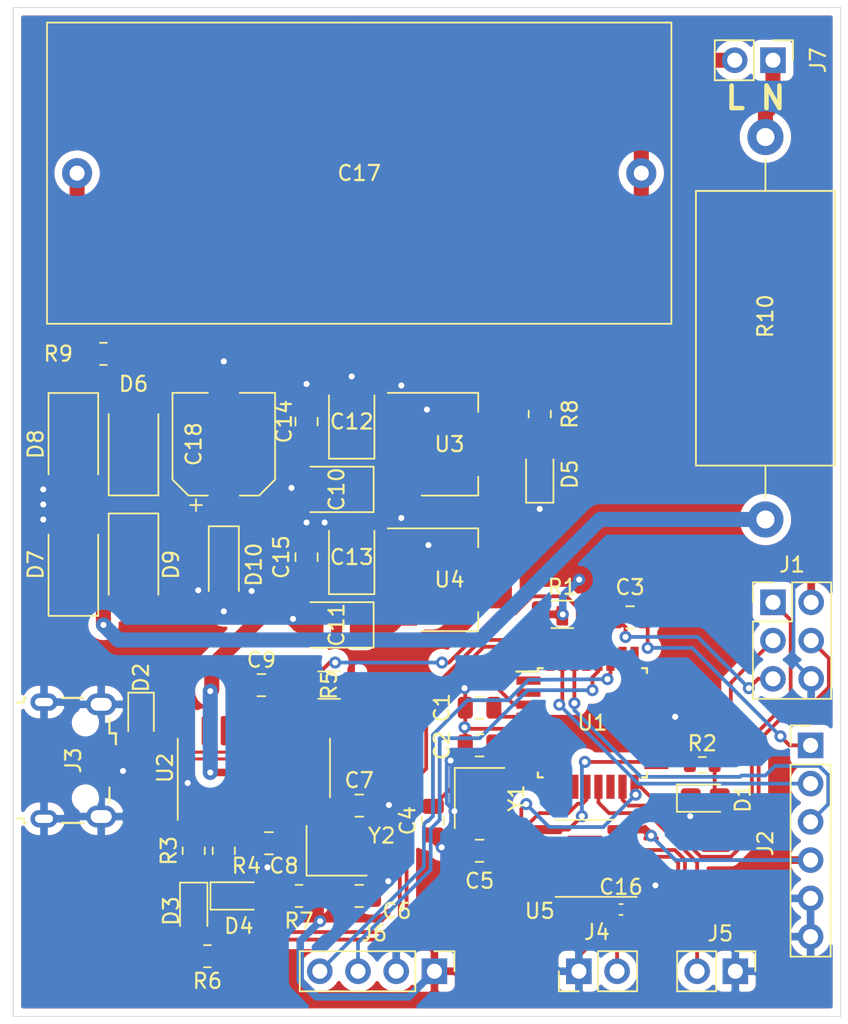
<source format=kicad_pcb>
(kicad_pcb (version 20171130) (host pcbnew "(5.1.9)-1")
  (layers (0 F.Cu signal) (31 B.Cu signal) (34 B.Paste user) (35 F.Paste user) (36 B.SilkS user) (37 F.SilkS user) (38 B.Mask user) (39 F.Mask user) (44 Edge.Cuts user))
  (net 0 "")
  (net 1 +5V)
  (net 2 DTR)
  (net 3 RST)
  (net 4 "Net-(C4-Pad2)")
  (net 5 "Net-(C5-Pad2)")
  (net 6 "Net-(C6-Pad1)")
  (net 7 "Net-(C7-Pad1)")
  (net 8 +3V3)
  (net 9 "Net-(C9-Pad1)")
  (net 10 "Net-(C16-Pad1)")
  (net 11 "Net-(D1-Pad2)")
  (net 12 "Net-(D2-Pad2)")
  (net 13 "Net-(D3-Pad2)")
  (net 14 TX)
  (net 15 "Net-(D4-Pad2)")
  (net 16 RX)
  (net 17 "Net-(D5-Pad2)")
  (net 18 MISO)
  (net 19 SCK)
  (net 20 MOSI)
  (net 21 T-)
  (net 22 T+)
  (net 23 SCL)
  (net 24 SDA)
  (net 25 "Net-(R3-Pad2)")
  (net 26 "Net-(R4-Pad2)")
  (net 27 "Net-(U1-Pad1)")
  (net 28 "Net-(U1-Pad2)")
  (net 29 "Net-(U1-Pad9)")
  (net 30 "Net-(U1-Pad10)")
  (net 31 "Net-(U1-Pad11)")
  (net 32 TEMP)
  (net 33 SSR)
  (net 34 "Net-(U1-Pad14)")
  (net 35 "Net-(U1-Pad19)")
  (net 36 "Net-(U1-Pad22)")
  (net 37 "Net-(U1-Pad23)")
  (net 38 "Net-(U1-Pad24)")
  (net 39 "Net-(U1-Pad25)")
  (net 40 "Net-(U1-Pad26)")
  (net 41 "Net-(U1-Pad32)")
  (net 42 "Net-(U2-Pad9)")
  (net 43 "Net-(U2-Pad10)")
  (net 44 "Net-(U2-Pad11)")
  (net 45 "Net-(U2-Pad12)")
  (net 46 "Net-(U2-Pad14)")
  (net 47 "Net-(U2-Pad15)")
  (net 48 "Net-(U5-Pad8)")
  (net 49 D_N)
  (net 50 D_P)
  (net 51 VCAP)
  (net 52 "Net-(C17-Pad1)")
  (net 53 LIVE)
  (net 54 "Net-(D7-Pad1)")
  (net 55 NEUTRAL)
  (module Package_SO:SOIC-16_3.9x9.9mm_P1.27mm (layer F.Cu) (at 46 63.5 90)
    (fp_text reference U2 (at 0 -5.9 90) (layer F.SilkS))
    (fp_text value CH340G)
    (pad 1 smd roundrect (at -2.475 -4.445 90) (size 1.95 0.6) (layers F.Cu F.Paste F.Mask) (net 21 T-))
    (pad 2 smd roundrect (at -2.475 -3.175 90) (size 1.95 0.6) (layers F.Cu F.Paste F.Mask) (net 25 "Net-(R3-Pad2)"))
    (pad 3 smd roundrect (at -2.475 -1.905 90) (size 1.95 0.6) (layers F.Cu F.Paste F.Mask) (net 26 "Net-(R4-Pad2)"))
    (pad 4 smd roundrect (at -2.475 -0.635 90) (size 1.95 0.6) (layers F.Cu F.Paste F.Mask) (net 8 +3V3))
    (pad 5 smd roundrect (at -2.475 0.635 90) (size 1.95 0.6) (layers F.Cu F.Paste F.Mask) (net 50 D_P))
    (pad 6 smd roundrect (at -2.475 1.905 90) (size 1.95 0.6) (layers F.Cu F.Paste F.Mask) (net 49 D_N))
    (pad 7 smd roundrect (at -2.475 3.175 90) (size 1.95 0.6) (layers F.Cu F.Paste F.Mask) (net 6 "Net-(C6-Pad1)"))
    (pad 8 smd roundrect (at -2.475 4.445 90) (size 1.95 0.6) (layers F.Cu F.Paste F.Mask) (net 7 "Net-(C7-Pad1)"))
    (pad 9 smd roundrect (at 2.475 4.445 90) (size 1.95 0.6) (layers F.Cu F.Paste F.Mask) (net 42 "Net-(U2-Pad9)"))
    (pad 10 smd roundrect (at 2.475 3.175 90) (size 1.95 0.6) (layers F.Cu F.Paste F.Mask) (net 43 "Net-(U2-Pad10)"))
    (pad 11 smd roundrect (at 2.475 1.905 90) (size 1.95 0.6) (layers F.Cu F.Paste F.Mask) (net 44 "Net-(U2-Pad11)"))
    (pad 12 smd roundrect (at 2.475 0.635 90) (size 1.95 0.6) (layers F.Cu F.Paste F.Mask) (net 45 "Net-(U2-Pad12)"))
    (pad 13 smd roundrect (at 2.475 -0.635 90) (size 1.95 0.6) (layers F.Cu F.Paste F.Mask) (net 9 "Net-(C9-Pad1)"))
    (pad 14 smd roundrect (at 2.475 -1.905 90) (size 1.95 0.6) (layers F.Cu F.Paste F.Mask) (net 46 "Net-(U2-Pad14)"))
    (pad 15 smd roundrect (at 2.475 -3.175 90) (size 1.95 0.6) (layers F.Cu F.Paste F.Mask) (net 47 "Net-(U2-Pad15)"))
    (pad 16 smd roundrect (at 2.475 -4.445 90) (size 1.95 0.6) (layers F.Cu F.Paste F.Mask) (net 1 +5V))
  )
  (module Capacitor_SMD:C_0805_2012Metric (layer F.Cu) (at 61 59.5)
    (fp_text reference C1 (at -2.5 0 90) (layer F.SilkS))
    (fp_text value 100n)
    (pad 2 smd roundrect (at 0.95 0) (size 1 1.45) (layers F.Cu F.Paste F.Mask) (net 1 +5V))
    (pad 1 smd roundrect (at -0.95 0) (size 1 1.45) (layers F.Cu F.Paste F.Mask) (net 21 T-))
  )
  (module Capacitor_SMD:C_0805_2012Metric (layer F.Cu) (at 61 62)
    (fp_text reference C2 (at -2.5 0 90) (layer F.SilkS))
    (fp_text value 100n)
    (pad 2 smd roundrect (at 0.95 0) (size 1 1.45) (layers F.Cu F.Paste F.Mask) (net 1 +5V))
    (pad 1 smd roundrect (at -0.95 0) (size 1 1.45) (layers F.Cu F.Paste F.Mask) (net 21 T-))
  )
  (module Capacitor_SMD:C_0805_2012Metric (layer F.Cu) (at 71 53.5 180)
    (fp_text reference C3 (at 0 2) (layer F.SilkS))
    (fp_text value 100n)
    (pad 1 smd roundrect (at -0.95 0 180) (size 1 1.45) (layers F.Cu F.Paste F.Mask) (net 2 DTR))
    (pad 2 smd roundrect (at 0.95 0 180) (size 1 1.45) (layers F.Cu F.Paste F.Mask) (net 3 RST))
  )
  (module Capacitor_SMD:C_0805_2012Metric (layer F.Cu) (at 57.9 67 90)
    (fp_text reference C4 (at 0 -1.68 90) (layer F.SilkS))
    (fp_text value 22p)
    (pad 1 smd roundrect (at -0.95 0 90) (size 1 1.45) (layers F.Cu F.Paste F.Mask) (net 21 T-))
    (pad 2 smd roundrect (at 0.95 0 90) (size 1 1.45) (layers F.Cu F.Paste F.Mask) (net 4 "Net-(C4-Pad2)"))
  )
  (module Capacitor_SMD:C_0805_2012Metric (layer F.Cu) (at 61 69)
    (fp_text reference C5 (at 0 2) (layer F.SilkS))
    (fp_text value 22p)
    (pad 1 smd roundrect (at -0.95 0) (size 1 1.45) (layers F.Cu F.Paste F.Mask) (net 21 T-))
    (pad 2 smd roundrect (at 0.95 0) (size 1 1.45) (layers F.Cu F.Paste F.Mask) (net 5 "Net-(C5-Pad2)"))
  )
  (module Capacitor_SMD:C_0805_2012Metric (layer F.Cu) (at 53 72)
    (fp_text reference C6 (at 2.5 1) (layer F.SilkS))
    (fp_text value 22p)
    (pad 1 smd roundrect (at -0.95 0) (size 1 1.45) (layers F.Cu F.Paste F.Mask) (net 6 "Net-(C6-Pad1)"))
    (pad 2 smd roundrect (at 0.95 0) (size 1 1.45) (layers F.Cu F.Paste F.Mask) (net 21 T-))
  )
  (module Capacitor_SMD:C_0805_2012Metric (layer F.Cu) (at 53 66)
    (fp_text reference C7 (at 0 -1.68) (layer F.SilkS))
    (fp_text value 22p)
    (pad 1 smd roundrect (at -0.95 0) (size 1 1.45) (layers F.Cu F.Paste F.Mask) (net 7 "Net-(C7-Pad1)"))
    (pad 2 smd roundrect (at 0.95 0) (size 1 1.45) (layers F.Cu F.Paste F.Mask) (net 21 T-))
  )
  (module Capacitor_SMD:C_0805_2012Metric (layer F.Cu) (at 47 68.5 180)
    (fp_text reference C8 (at -1 -1.5 180) (layer F.SilkS))
    (fp_text value 100n)
    (pad 2 smd roundrect (at 0.95 0 180) (size 1 1.45) (layers F.Cu F.Paste F.Mask) (net 8 +3V3))
    (pad 1 smd roundrect (at -0.95 0 180) (size 1 1.45) (layers F.Cu F.Paste F.Mask) (net 21 T-))
  )
  (module Capacitor_SMD:C_0805_2012Metric (layer F.Cu) (at 46.5 58)
    (fp_text reference C9 (at 0 -1.68) (layer F.SilkS))
    (fp_text value 100n)
    (pad 2 smd roundrect (at 0.95 0) (size 1 1.45) (layers F.Cu F.Paste F.Mask) (net 3 RST))
    (pad 1 smd roundrect (at -0.95 0) (size 1 1.45) (layers F.Cu F.Paste F.Mask) (net 9 "Net-(C9-Pad1)"))
  )
  (module Capacitor_Tantalum_SMD:CP_EIA-3528-21_Kemet-B (layer F.Cu) (at 51.5 45 180)
    (fp_text reference C10 (at 0 0 90) (layer F.SilkS))
    (fp_text value 10u)
    (pad 1 smd roundrect (at -1.5375 0 180) (size 1.325 2.35) (layers F.Cu F.Paste F.Mask) (roundrect_rratio 0.188679) (net 51 VCAP))
    (pad 2 smd roundrect (at 1.5375 0 180) (size 1.325 2.35) (layers F.Cu F.Paste F.Mask) (roundrect_rratio 0.188679) (net 21 T-))
  )
  (module Capacitor_Tantalum_SMD:CP_EIA-3528-21_Kemet-B (layer F.Cu) (at 51.5 54 180)
    (fp_text reference C11 (at 0 0 90) (layer F.SilkS))
    (fp_text value 10u)
    (pad 1 smd roundrect (at -1.5375 0 180) (size 1.325 2.35) (layers F.Cu F.Paste F.Mask) (roundrect_rratio 0.188679) (net 51 VCAP))
    (pad 2 smd roundrect (at 1.5375 0 180) (size 1.325 2.35) (layers F.Cu F.Paste F.Mask) (roundrect_rratio 0.188679) (net 21 T-))
  )
  (module Capacitor_Tantalum_SMD:CP_EIA-3528-21_Kemet-B (layer F.Cu) (at 52.5 40.5 90)
    (fp_text reference C12 (at 0 0 180) (layer F.SilkS))
    (fp_text value 10u)
    (pad 2 smd roundrect (at 1.5375 0 90) (size 1.325 2.35) (layers F.Cu F.Paste F.Mask) (roundrect_rratio 0.188679) (net 21 T-))
    (pad 1 smd roundrect (at -1.5375 0 90) (size 1.325 2.35) (layers F.Cu F.Paste F.Mask) (roundrect_rratio 0.188679) (net 1 +5V))
  )
  (module Capacitor_Tantalum_SMD:CP_EIA-3528-21_Kemet-B (layer F.Cu) (at 52.5 49.5 90)
    (fp_text reference C13 (at 0 0 180) (layer F.SilkS))
    (fp_text value 10u)
    (pad 2 smd roundrect (at 1.5375 0 90) (size 1.325 2.35) (layers F.Cu F.Paste F.Mask) (roundrect_rratio 0.188679) (net 21 T-))
    (pad 1 smd roundrect (at -1.5375 0 90) (size 1.325 2.35) (layers F.Cu F.Paste F.Mask) (roundrect_rratio 0.188679) (net 8 +3V3))
  )
  (module Capacitor_SMD:C_0805_2012Metric (layer F.Cu) (at 49.5 40.5 90)
    (fp_text reference C14 (at 0 -1.5 270) (layer F.SilkS))
    (fp_text value 100n)
    (pad 2 smd roundrect (at 0.95 0 90) (size 1 1.45) (layers F.Cu F.Paste F.Mask) (net 21 T-))
    (pad 1 smd roundrect (at -0.95 0 90) (size 1 1.45) (layers F.Cu F.Paste F.Mask) (net 1 +5V))
  )
  (module Capacitor_SMD:C_0805_2012Metric (layer F.Cu) (at 49.5 49.5 90)
    (fp_text reference C15 (at 0 -1.68 90) (layer F.SilkS))
    (fp_text value 100n)
    (pad 1 smd roundrect (at -0.95 0 90) (size 1 1.45) (layers F.Cu F.Paste F.Mask) (net 8 +3V3))
    (pad 2 smd roundrect (at 0.95 0 90) (size 1 1.45) (layers F.Cu F.Paste F.Mask) (net 21 T-))
  )
  (module Capacitor_SMD:C_0402_1005Metric (layer F.Cu) (at 70.4 72.9 180)
    (fp_text reference C16 (at 0 1.5) (layer F.SilkS))
    (fp_text value 0.1u)
    (pad 1 smd roundrect (at -0.48 0 180) (size 0.56 0.62) (layers F.Cu F.Paste F.Mask) (net 10 "Net-(C16-Pad1)"))
    (pad 2 smd roundrect (at 0.48 0 180) (size 0.56 0.62) (layers F.Cu F.Paste F.Mask) (net 1 +5V))
  )
  (module LED_SMD:LED_0805_2012Metric_Castellated (layer F.Cu) (at 76 65.5)
    (fp_text reference D1 (at 2.5 0 270) (layer F.SilkS))
    (fp_text value LED)
    (pad 1 smd roundrect (at -0.9625 0) (size 1.325 1.3) (layers F.Cu F.Paste F.Mask) (roundrect_rratio 0.192308) (net 21 T-))
    (pad 2 smd roundrect (at 0.9625 0) (size 1.325 1.3) (layers F.Cu F.Paste F.Mask) (roundrect_rratio 0.192308) (net 11 "Net-(D1-Pad2)"))
  )
  (module Diode_SMD:D_SOD-323F (layer F.Cu) (at 38.5 60 270)
    (fp_text reference D2 (at -2.5 0 90) (layer F.SilkS))
    (fp_text value 1N4007)
    (pad 1 smd rect (at -1.1 0 270) (size 0.5 0.5) (layers F.Cu F.Paste F.Mask) (net 1 +5V))
    (pad 2 smd rect (at 1.1 0 270) (size 0.5 0.5) (layers F.Cu F.Paste F.Mask) (net 12 "Net-(D2-Pad2)"))
  )
  (module LED_SMD:LED_0805_2012Metric_Castellated (layer F.Cu) (at 42 73 270)
    (fp_text reference D3 (at 0 1.5 90) (layer F.SilkS))
    (fp_text value TX)
    (pad 1 smd roundrect (at -0.9625 0 270) (size 1.325 1.3) (layers F.Cu F.Paste F.Mask) (roundrect_rratio 0.192308) (net 14 TX))
    (pad 2 smd roundrect (at 0.9625 0 270) (size 1.325 1.3) (layers F.Cu F.Paste F.Mask) (roundrect_rratio 0.192308) (net 13 "Net-(D3-Pad2)"))
  )
  (module LED_SMD:LED_0805_2012Metric_Castellated (layer F.Cu) (at 45 72)
    (fp_text reference D4 (at 0 2) (layer F.SilkS))
    (fp_text value RX)
    (pad 2 smd roundrect (at 0.9625 0) (size 1.325 1.3) (layers F.Cu F.Paste F.Mask) (roundrect_rratio 0.192308) (net 15 "Net-(D4-Pad2)"))
    (pad 1 smd roundrect (at -0.9625 0) (size 1.325 1.3) (layers F.Cu F.Paste F.Mask) (roundrect_rratio 0.192308) (net 16 RX))
  )
  (module LED_SMD:LED_0805_2012Metric_Castellated (layer F.Cu) (at 65 44 90)
    (fp_text reference D5 (at 0 2 90) (layer F.SilkS))
    (fp_text value ON)
    (pad 2 smd roundrect (at 0.9625 0 90) (size 1.325 1.3) (layers F.Cu F.Paste F.Mask) (roundrect_rratio 0.192308) (net 17 "Net-(D5-Pad2)"))
    (pad 1 smd roundrect (at -0.9625 0 90) (size 1.325 1.3) (layers F.Cu F.Paste F.Mask) (roundrect_rratio 0.192308) (net 21 T-))
  )
  (module Connector_PinHeader_2.54mm:PinHeader_2x03_P2.54mm_Vertical (layer F.Cu) (at 80.5 52.5)
    (fp_text reference J1 (at 1.27 -2.5) (layer F.SilkS))
    (fp_text value AVRISP)
    (pad 1 thru_hole rect (at 0 0) (size 1.7 1.7) (drill 1) (layers *.Cu *.Mask) (net 18 MISO))
    (pad 2 thru_hole oval (at 2.54 0) (size 1.7 1.7) (drill 1) (layers *.Cu *.Mask) (net 1 +5V))
    (pad 3 thru_hole oval (at 0 2.54) (size 1.7 1.7) (drill 1) (layers *.Cu *.Mask) (net 19 SCK))
    (pad 4 thru_hole oval (at 2.54 2.54) (size 1.7 1.7) (drill 1) (layers *.Cu *.Mask) (net 20 MOSI))
    (pad 5 thru_hole oval (at 0 5.08) (size 1.7 1.7) (drill 1) (layers *.Cu *.Mask) (net 3 RST))
    (pad 6 thru_hole oval (at 2.54 5.08) (size 1.7 1.7) (drill 1) (layers *.Cu *.Mask) (net 21 T-))
  )
  (module Connector_PinHeader_2.54mm:PinHeader_1x06_P2.54mm_Vertical (layer F.Cu) (at 83 62)
    (fp_text reference J2 (at -3 6.5 90) (layer F.SilkS))
    (fp_text value UART)
    (pad 1 thru_hole rect (at 0 0) (size 1.7 1.7) (drill 1) (layers *.Cu *.Mask) (net 2 DTR))
    (pad 2 thru_hole oval (at 0 2.54) (size 1.7 1.7) (drill 1) (layers *.Cu *.Mask) (net 14 TX))
    (pad 3 thru_hole oval (at 0 5.08) (size 1.7 1.7) (drill 1) (layers *.Cu *.Mask) (net 16 RX))
    (pad 4 thru_hole oval (at 0 7.62) (size 1.7 1.7) (drill 1) (layers *.Cu *.Mask) (net 1 +5V))
    (pad 5 thru_hole oval (at 0 10.16) (size 1.7 1.7) (drill 1) (layers *.Cu *.Mask) (net 21 T-))
    (pad 6 thru_hole oval (at 0 12.7) (size 1.7 1.7) (drill 1) (layers *.Cu *.Mask) (net 21 T-))
  )
  (module Connector_USB:USB_Micro-B_Wuerth_629105150521 (layer F.Cu) (at 34 63 270)
    (fp_text reference J3 (at 0 0 90) (layer F.SilkS))
    (fp_text value USB_B_Micro)
    (pad 1 smd rect (at -1.3 -1.9 270) (size 0.45 1.3) (layers F.Cu F.Paste F.Mask) (net 12 "Net-(D2-Pad2)"))
    (pad 2 smd rect (at -0.65 -1.9 270) (size 0.45 1.3) (layers F.Cu F.Paste F.Mask) (net 49 D_N))
    (pad 3 smd rect (at 0 -1.9 270) (size 0.45 1.3) (layers F.Cu F.Paste F.Mask) (net 50 D_P))
    (pad 4 smd rect (at 0.65 -1.9 270) (size 0.45 1.3) (layers F.Cu F.Paste F.Mask) (net 21 T-))
    (pad 5 smd rect (at 1.3 -1.9 270) (size 0.45 1.3) (layers F.Cu F.Paste F.Mask) (net 21 T-))
    (pad 6 thru_hole oval (at -3.725 -1.85 270) (size 1.45 2) (drill oval 0.85 1.4) (layers *.Cu *.Mask) (net 21 T-))
    (pad 6 thru_hole oval (at 3.725 -1.85 270) (size 1.45 2) (drill oval 0.85 1.4) (layers *.Cu *.Mask) (net 21 T-))
    (pad 6 thru_hole oval (at -3.875 1.95 270) (size 1.15 1.8) (drill oval 0.55 1.2) (layers *.Cu *.Mask) (net 21 T-))
    (pad 6 thru_hole oval (at 3.875 1.95 270) (size 1.15 1.8) (drill oval 0.55 1.2) (layers *.Cu *.Mask) (net 21 T-))
    (pad "" np_thru_hole oval (at -2.5 -0.8 270) (size 0.8 0.8) (drill 0.8) (layers *.Cu *.Mask))
    (pad "" np_thru_hole oval (at 2.5 -0.8 270) (size 0.8 0.8) (drill 0.8) (layers *.Cu *.Mask))
  )
  (module Connector_PinHeader_2.54mm:PinHeader_1x02_P2.54mm_Vertical (layer F.Cu) (at 67.6 77 90)
    (fp_text reference J4 (at 2.6 1.2 180) (layer F.SilkS))
    (fp_text value TEMPCONN)
    (pad 2 thru_hole oval (at 0 2.54 90) (size 1.7 1.7) (drill 1) (layers *.Cu *.Mask) (net 22 T+))
    (pad 1 thru_hole rect (at 0 0 90) (size 1.7 1.7) (drill 1) (layers *.Cu *.Mask) (net 21 T-))
  )
  (module Connector_PinHeader_2.54mm:PinHeader_1x02_P2.54mm_Vertical (layer F.Cu) (at 78 77 270)
    (fp_text reference J5 (at -2.5 1) (layer F.SilkS))
    (fp_text value SSRCONN)
    (pad 1 thru_hole rect (at 0 0 270) (size 1.7 1.7) (drill 1) (layers *.Cu *.Mask) (net 21 T-))
    (pad 2 thru_hole oval (at 0 2.54 270) (size 1.7 1.7) (drill 1) (layers *.Cu *.Mask) (net 33 SSR))
  )
  (module Connector_PinHeader_2.54mm:PinHeader_1x04_P2.54mm_Vertical (layer F.Cu) (at 58 77 270)
    (fp_text reference J6 (at -2.5 4 180) (layer F.SilkS))
    (fp_text value DISPLAY)
    (pad 1 thru_hole rect (at 0 0 270) (size 1.7 1.7) (drill 1) (layers *.Cu *.Mask) (net 1 +5V))
    (pad 2 thru_hole oval (at 0 2.54 270) (size 1.7 1.7) (drill 1) (layers *.Cu *.Mask) (net 21 T-))
    (pad 3 thru_hole oval (at 0 5.08 270) (size 1.7 1.7) (drill 1) (layers *.Cu *.Mask) (net 23 SCL))
    (pad 4 thru_hole oval (at 0 7.62 270) (size 1.7 1.7) (drill 1) (layers *.Cu *.Mask) (net 24 SDA))
  )
  (module Resistor_SMD:R_1206_3216Metric (layer F.Cu) (at 66.5 53.3)
    (fp_text reference R1 (at 0 -1.82) (layer F.SilkS))
    (fp_text value 10k)
    (pad 1 smd roundrect (at -1.4625 0) (size 1.125 1.75) (layers F.Cu F.Paste F.Mask) (roundrect_rratio 0.222222) (net 1 +5V))
    (pad 2 smd roundrect (at 1.4625 0) (size 1.125 1.75) (layers F.Cu F.Paste F.Mask) (roundrect_rratio 0.222222) (net 3 RST))
  )
  (module Resistor_SMD:R_0603_1608Metric (layer F.Cu) (at 75.8 63.3)
    (fp_text reference R2 (at 0 -1.43) (layer F.SilkS))
    (fp_text value 330)
    (pad 1 smd roundrect (at -0.825 0) (size 0.8 0.95) (layers F.Cu F.Paste F.Mask) (net 19 SCK))
    (pad 2 smd roundrect (at 0.825 0) (size 0.8 0.95) (layers F.Cu F.Paste F.Mask) (net 11 "Net-(D1-Pad2)"))
  )
  (module Resistor_SMD:R_0805_2012Metric (layer F.Cu) (at 42 69 90)
    (fp_text reference R3 (at 0 -1.65 90) (layer F.SilkS))
    (fp_text value 1k)
    (pad 1 smd roundrect (at -0.9125 0 90) (size 1.025 1.4) (layers F.Cu F.Paste F.Mask) (roundrect_rratio 0.243902) (net 14 TX))
    (pad 2 smd roundrect (at 0.9125 0 90) (size 1.025 1.4) (layers F.Cu F.Paste F.Mask) (roundrect_rratio 0.243902) (net 25 "Net-(R3-Pad2)"))
  )
  (module Resistor_SMD:R_0805_2012Metric (layer F.Cu) (at 44 69 90)
    (fp_text reference R4 (at -1 1.5 180) (layer F.SilkS))
    (fp_text value 1k)
    (pad 2 smd roundrect (at 0.9125 0 90) (size 1.025 1.4) (layers F.Cu F.Paste F.Mask) (roundrect_rratio 0.243902) (net 26 "Net-(R4-Pad2)"))
    (pad 1 smd roundrect (at -0.9125 0 90) (size 1.025 1.4) (layers F.Cu F.Paste F.Mask) (roundrect_rratio 0.243902) (net 16 RX))
  )
  (module Resistor_SMD:R_1206_3216Metric (layer F.Cu) (at 51 58)
    (fp_text reference R5 (at 0 0 90) (layer F.SilkS))
    (fp_text value 10k)
    (pad 2 smd roundrect (at 1.4625 0) (size 1.125 1.75) (layers F.Cu F.Paste F.Mask) (roundrect_rratio 0.222222) (net 1 +5V))
    (pad 1 smd roundrect (at -1.4625 0) (size 1.125 1.75) (layers F.Cu F.Paste F.Mask) (roundrect_rratio 0.222222) (net 3 RST))
  )
  (module Resistor_SMD:R_0805_2012Metric (layer F.Cu) (at 42.9125 76 180)
    (fp_text reference R6 (at 0 -1.65) (layer F.SilkS))
    (fp_text value 1k)
    (pad 1 smd roundrect (at -0.9125 0 180) (size 1.025 1.4) (layers F.Cu F.Paste F.Mask) (roundrect_rratio 0.243902) (net 1 +5V))
    (pad 2 smd roundrect (at 0.9125 0 180) (size 1.025 1.4) (layers F.Cu F.Paste F.Mask) (roundrect_rratio 0.243902) (net 13 "Net-(D3-Pad2)"))
  )
  (module Resistor_SMD:R_0805_2012Metric (layer F.Cu) (at 49 72 180)
    (fp_text reference R7 (at 0 -1.65) (layer F.SilkS))
    (fp_text value 1k)
    (pad 2 smd roundrect (at 0.9125 0 180) (size 1.025 1.4) (layers F.Cu F.Paste F.Mask) (roundrect_rratio 0.243902) (net 15 "Net-(D4-Pad2)"))
    (pad 1 smd roundrect (at -0.9125 0 180) (size 1.025 1.4) (layers F.Cu F.Paste F.Mask) (roundrect_rratio 0.243902) (net 1 +5V))
  )
  (module Resistor_SMD:R_0805_2012Metric (layer F.Cu) (at 65 40 90)
    (fp_text reference R8 (at 0 2 90) (layer F.SilkS))
    (fp_text value 1k)
    (pad 1 smd roundrect (at -0.9125 0 90) (size 1.025 1.4) (layers F.Cu F.Paste F.Mask) (roundrect_rratio 0.243902) (net 17 "Net-(D5-Pad2)"))
    (pad 2 smd roundrect (at 0.9125 0 90) (size 1.025 1.4) (layers F.Cu F.Paste F.Mask) (roundrect_rratio 0.243902) (net 1 +5V))
  )
  (module Package_QFP:TQFP-32_7x7mm_P0.8mm (layer F.Cu) (at 68.5 60.5)
    (fp_text reference U1 (at 0 0) (layer F.SilkS))
    (fp_text value ATmega328P-AU)
    (pad 1 smd rect (at -4.25 -2.8) (size 1.6 0.55) (layers F.Cu F.Paste F.Mask) (net 27 "Net-(U1-Pad1)"))
    (pad 2 smd rect (at -4.25 -2) (size 1.6 0.55) (layers F.Cu F.Paste F.Mask) (net 28 "Net-(U1-Pad2)"))
    (pad 3 smd rect (at -4.25 -1.2) (size 1.6 0.55) (layers F.Cu F.Paste F.Mask) (net 21 T-))
    (pad 4 smd rect (at -4.25 -0.4) (size 1.6 0.55) (layers F.Cu F.Paste F.Mask) (net 1 +5V))
    (pad 5 smd rect (at -4.25 0.4) (size 1.6 0.55) (layers F.Cu F.Paste F.Mask) (net 21 T-))
    (pad 6 smd rect (at -4.25 1.2) (size 1.6 0.55) (layers F.Cu F.Paste F.Mask) (net 1 +5V))
    (pad 7 smd rect (at -4.25 2) (size 1.6 0.55) (layers F.Cu F.Paste F.Mask) (net 4 "Net-(C4-Pad2)"))
    (pad 8 smd rect (at -4.25 2.8) (size 1.6 0.55) (layers F.Cu F.Paste F.Mask) (net 5 "Net-(C5-Pad2)"))
    (pad 9 smd rect (at -2.8 4.25 90) (size 1.6 0.55) (layers F.Cu F.Paste F.Mask) (net 29 "Net-(U1-Pad9)"))
    (pad 10 smd rect (at -2 4.25 90) (size 1.6 0.55) (layers F.Cu F.Paste F.Mask) (net 30 "Net-(U1-Pad10)"))
    (pad 11 smd rect (at -1.2 4.25 90) (size 1.6 0.55) (layers F.Cu F.Paste F.Mask) (net 31 "Net-(U1-Pad11)"))
    (pad 12 smd rect (at -0.4 4.25 90) (size 1.6 0.55) (layers F.Cu F.Paste F.Mask) (net 32 TEMP))
    (pad 13 smd rect (at 0.4 4.25 90) (size 1.6 0.55) (layers F.Cu F.Paste F.Mask) (net 33 SSR))
    (pad 14 smd rect (at 1.2 4.25 90) (size 1.6 0.55) (layers F.Cu F.Paste F.Mask) (net 34 "Net-(U1-Pad14)"))
    (pad 15 smd rect (at 2 4.25 90) (size 1.6 0.55) (layers F.Cu F.Paste F.Mask) (net 20 MOSI))
    (pad 16 smd rect (at 2.8 4.25 90) (size 1.6 0.55) (layers F.Cu F.Paste F.Mask) (net 18 MISO))
    (pad 17 smd rect (at 4.25 2.8) (size 1.6 0.55) (layers F.Cu F.Paste F.Mask) (net 19 SCK))
    (pad 18 smd rect (at 4.25 2) (size 1.6 0.55) (layers F.Cu F.Paste F.Mask) (net 1 +5V))
    (pad 19 smd rect (at 4.25 1.2) (size 1.6 0.55) (layers F.Cu F.Paste F.Mask) (net 35 "Net-(U1-Pad19)"))
    (pad 20 smd rect (at 4.25 0.4) (size 1.6 0.55) (layers F.Cu F.Paste F.Mask) (net 1 +5V))
    (pad 21 smd rect (at 4.25 -0.4) (size 1.6 0.55) (layers F.Cu F.Paste F.Mask) (net 21 T-))
    (pad 22 smd rect (at 4.25 -1.2) (size 1.6 0.55) (layers F.Cu F.Paste F.Mask) (net 36 "Net-(U1-Pad22)"))
    (pad 23 smd rect (at 4.25 -2) (size 1.6 0.55) (layers F.Cu F.Paste F.Mask) (net 37 "Net-(U1-Pad23)"))
    (pad 24 smd rect (at 4.25 -2.8) (size 1.6 0.55) (layers F.Cu F.Paste F.Mask) (net 38 "Net-(U1-Pad24)"))
    (pad 25 smd rect (at 2.8 -4.25 90) (size 1.6 0.55) (layers F.Cu F.Paste F.Mask) (net 39 "Net-(U1-Pad25)"))
    (pad 26 smd rect (at 2 -4.25 90) (size 1.6 0.55) (layers F.Cu F.Paste F.Mask) (net 40 "Net-(U1-Pad26)"))
    (pad 27 smd rect (at 1.2 -4.25 90) (size 1.6 0.55) (layers F.Cu F.Paste F.Mask) (net 24 SDA))
    (pad 28 smd rect (at 0.4 -4.25 90) (size 1.6 0.55) (layers F.Cu F.Paste F.Mask) (net 23 SCL))
    (pad 29 smd rect (at -0.4 -4.25 90) (size 1.6 0.55) (layers F.Cu F.Paste F.Mask) (net 3 RST))
    (pad 30 smd rect (at -1.2 -4.25 90) (size 1.6 0.55) (layers F.Cu F.Paste F.Mask) (net 16 RX))
    (pad 31 smd rect (at -2 -4.25 90) (size 1.6 0.55) (layers F.Cu F.Paste F.Mask) (net 14 TX))
    (pad 32 smd rect (at -2.8 -4.25 90) (size 1.6 0.55) (layers F.Cu F.Paste F.Mask) (net 41 "Net-(U1-Pad32)"))
  )
  (module Package_TO_SOT_SMD:SOT-223 (layer F.Cu) (at 59 42)
    (fp_text reference U3 (at 0 0) (layer F.SilkS))
    (fp_text value LM1117-5.0)
    (pad 4 smd rect (at 3.15 0) (size 2 3.8) (layers F.Cu F.Paste F.Mask))
    (pad 2 smd rect (at -3.15 0) (size 2 1.5) (layers F.Cu F.Paste F.Mask) (net 1 +5V))
    (pad 3 smd rect (at -3.15 2.3) (size 2 1.5) (layers F.Cu F.Paste F.Mask) (net 51 VCAP))
    (pad 1 smd rect (at -3.15 -2.3) (size 2 1.5) (layers F.Cu F.Paste F.Mask) (net 21 T-))
  )
  (module Package_TO_SOT_SMD:SOT-223 (layer F.Cu) (at 59 51)
    (fp_text reference U4 (at 0 0) (layer F.SilkS))
    (fp_text value LM1117-3.3)
    (pad 1 smd rect (at -3.15 -2.3) (size 2 1.5) (layers F.Cu F.Paste F.Mask) (net 21 T-))
    (pad 3 smd rect (at -3.15 2.3) (size 2 1.5) (layers F.Cu F.Paste F.Mask) (net 51 VCAP))
    (pad 2 smd rect (at -3.15 0) (size 2 1.5) (layers F.Cu F.Paste F.Mask) (net 8 +3V3))
    (pad 4 smd rect (at 3.15 0) (size 2 3.8) (layers F.Cu F.Paste F.Mask))
  )
  (module Package_SO:SOIC-8-1EP_3.9x4.9mm_P1.27mm_EP2.29x3mm (layer F.Cu) (at 68 69.5 180)
    (fp_text reference U5 (at 3 -3.5) (layer F.SilkS))
    (fp_text value MAX6675)
    (pad 1 smd roundrect (at -2.475 -1.905 180) (size 1.95 0.6) (layers F.Cu F.Paste F.Mask) (net 10 "Net-(C16-Pad1)"))
    (pad 2 smd roundrect (at -2.475 -0.635 180) (size 1.95 0.6) (layers F.Cu F.Paste F.Mask) (net 21 T-))
    (pad 3 smd roundrect (at -2.475 0.635 180) (size 1.95 0.6) (layers F.Cu F.Paste F.Mask) (net 22 T+))
    (pad 4 smd roundrect (at -2.475 1.905 180) (size 1.95 0.6) (layers F.Cu F.Paste F.Mask) (net 1 +5V))
    (pad 5 smd roundrect (at 2.475 1.905 180) (size 1.95 0.6) (layers F.Cu F.Paste F.Mask) (net 19 SCK))
    (pad 6 smd roundrect (at 2.475 0.635 180) (size 1.95 0.6) (layers F.Cu F.Paste F.Mask) (net 32 TEMP))
    (pad 7 smd roundrect (at 2.475 -0.635 180) (size 1.95 0.6) (layers F.Cu F.Paste F.Mask) (net 18 MISO))
    (pad 8 smd roundrect (at 2.475 -1.905 180) (size 1.95 0.6) (layers F.Cu F.Paste F.Mask) (net 48 "Net-(U5-Pad8)"))
    (pad 9 smd rect (at 0 0 180) (size 2.29 3) (layers F.Cu F.Mask))
  )
  (module Crystal:Crystal_SMD_3225-4Pin_3.2x2.5mm (layer F.Cu) (at 61 65.5 270)
    (fp_text reference Y1 (at 0 -2.45 90) (layer F.SilkS))
    (fp_text value Crystal_GND24)
    (pad 4 smd rect (at -1.1 -0.85 270) (size 1.4 1.2) (layers F.Cu F.Paste F.Mask) (net 21 T-))
    (pad 3 smd rect (at 1.1 -0.85 270) (size 1.4 1.2) (layers F.Cu F.Paste F.Mask) (net 5 "Net-(C5-Pad2)"))
    (pad 2 smd rect (at 1.1 0.85 270) (size 1.4 1.2) (layers F.Cu F.Paste F.Mask) (net 21 T-))
    (pad 1 smd rect (at -1.1 0.85 270) (size 1.4 1.2) (layers F.Cu F.Paste F.Mask) (net 4 "Net-(C4-Pad2)"))
  )
  (module Crystal:Crystal_SMD_3225-4Pin_3.2x2.5mm (layer F.Cu) (at 51.5 69)
    (fp_text reference Y2 (at 3 -1) (layer F.SilkS))
    (fp_text value Crystal_GND24)
    (pad 4 smd rect (at -1.1 -0.85) (size 1.4 1.2) (layers F.Cu F.Paste F.Mask) (net 21 T-))
    (pad 3 smd rect (at 1.1 -0.85) (size 1.4 1.2) (layers F.Cu F.Paste F.Mask) (net 7 "Net-(C7-Pad1)"))
    (pad 2 smd rect (at 1.1 0.85) (size 1.4 1.2) (layers F.Cu F.Paste F.Mask) (net 21 T-))
    (pad 1 smd rect (at -1.1 0.85) (size 1.4 1.2) (layers F.Cu F.Paste F.Mask) (net 6 "Net-(C6-Pad1)"))
  )
  (module reflowOven:R475W42205001K (layer F.Cu) (at 53 24)
    (fp_text reference C17 (at 0 0) (layer F.SilkS))
    (fp_text value 2.2u)
    (pad 1 thru_hole circle (at -18.75 0) (size 2 2) (drill 1) (layers *.Cu *.Mask) (net 52 "Net-(C17-Pad1)"))
    (pad 2 thru_hole circle (at 18.75 0) (size 2 2) (drill 1) (layers *.Cu *.Mask) (net 53 LIVE))
  )
  (module Capacitor_SMD:CP_Elec_6.3x5.9 (layer F.Cu) (at 44 42 90)
    (fp_text reference C18 (at 0 -2 90) (layer F.SilkS))
    (fp_text value 47u)
    (pad 1 smd roundrect (at -2.8 0 90) (size 3.5 1.6) (layers F.Cu F.Paste F.Mask) (roundrect_rratio 0.15625) (net 51 VCAP))
    (pad 2 smd roundrect (at 2.8 0 90) (size 3.5 1.6) (layers F.Cu F.Paste F.Mask) (roundrect_rratio 0.15625) (net 21 T-))
  )
  (module Diode_SMD:D_SMA (layer F.Cu) (at 34 42 270)
    (fp_text reference D6 (at -4 -4 180) (layer F.SilkS))
    (fp_text value D)
    (pad 2 smd rect (at 2 0 270) (size 2.5 1.8) (layers F.Cu F.Paste F.Mask) (net 21 T-))
    (pad 1 smd rect (at -2 0 270) (size 2.5 1.8) (layers F.Cu F.Paste F.Mask) (net 52 "Net-(C17-Pad1)"))
  )
  (module Diode_SMD:D_SMA (layer F.Cu) (at 34 50 90)
    (fp_text reference D7 (at 0 -2.5 90) (layer F.SilkS))
    (fp_text value D)
    (pad 1 smd rect (at -2 0 90) (size 2.5 1.8) (layers F.Cu F.Paste F.Mask) (net 54 "Net-(D7-Pad1)"))
    (pad 2 smd rect (at 2 0 90) (size 2.5 1.8) (layers F.Cu F.Paste F.Mask) (net 21 T-))
  )
  (module Diode_SMD:D_SMA (layer F.Cu) (at 38 42 90)
    (fp_text reference D8 (at 0 -6.5 90) (layer F.SilkS))
    (fp_text value D)
    (pad 2 smd rect (at 2 0 90) (size 2.5 1.8) (layers F.Cu F.Paste F.Mask) (net 52 "Net-(C17-Pad1)"))
    (pad 1 smd rect (at -2 0 90) (size 2.5 1.8) (layers F.Cu F.Paste F.Mask) (net 51 VCAP))
  )
  (module Diode_SMD:D_SMA (layer F.Cu) (at 38 50 270)
    (fp_text reference D9 (at 0 -2.5 90) (layer F.SilkS))
    (fp_text value D)
    (pad 1 smd rect (at -2 0 270) (size 2.5 1.8) (layers F.Cu F.Paste F.Mask) (net 51 VCAP))
    (pad 2 smd rect (at 2 0 270) (size 2.5 1.8) (layers F.Cu F.Paste F.Mask) (net 54 "Net-(D7-Pad1)"))
  )
  (module Diode_SMD:D_MiniMELF (layer F.Cu) (at 44 50 270)
    (fp_text reference D10 (at 0 -2 90) (layer F.SilkS))
    (fp_text value D_Zener)
    (pad 1 smd rect (at -1.75 0 270) (size 1.3 1.7) (layers F.Cu F.Paste F.Mask) (net 51 VCAP))
    (pad 2 smd rect (at 1.75 0 270) (size 1.3 1.7) (layers F.Cu F.Paste F.Mask) (net 21 T-))
  )
  (module Connector_PinHeader_2.54mm:PinHeader_1x02_P2.54mm_Vertical (layer F.Cu) (at 80.5 16.5 270)
    (fp_text reference J7 (at 0 -3 90) (layer F.SilkS))
    (fp_text value MAINS)
    (pad 1 thru_hole rect (at 0 0 270) (size 1.7 1.7) (drill 1) (layers *.Cu *.Mask) (net 55 NEUTRAL))
    (pad 2 thru_hole oval (at 0 2.54 270) (size 1.7 1.7) (drill 1) (layers *.Cu *.Mask) (net 53 LIVE))
  )
  (module Resistor_SMD:R_0805_2012Metric_Pad1.20x1.40mm_HandSolder (layer F.Cu) (at 36 36)
    (fp_text reference R9 (at -3 0) (layer F.SilkS))
    (fp_text value 470k)
    (pad 1 smd roundrect (at -1 0) (size 1.2 1.4) (layers F.Cu F.Paste F.Mask) (roundrect_rratio 0.208333) (net 52 "Net-(C17-Pad1)"))
    (pad 2 smd roundrect (at 1 0) (size 1.2 1.4) (layers F.Cu F.Paste F.Mask) (roundrect_rratio 0.208333) (net 53 LIVE))
  )
  (module Resistor_THT:R_Axial_DIN0918_L18.0mm_D9.0mm_P25.40mm_Horizontal (layer F.Cu) (at 80 47 90)
    (fp_text reference R10 (at 13.5 0 90) (layer F.SilkS))
    (fp_text value 100)
    (pad 1 thru_hole circle (at 0 0 90) (size 2.4 2.4) (drill 1.2) (layers *.Cu *.Mask) (net 54 "Net-(D7-Pad1)"))
    (pad 2 thru_hole oval (at 25.4 0 90) (size 2.4 2.4) (drill 1.2) (layers *.Cu *.Mask) (net 55 NEUTRAL))
  )
  (gr_text "N\n" (at 80.5 19) (layer F.SilkS) (effects (font (size 1.5 1.5) (thickness 0.3))))
  (gr_text L (at 78 19) (layer F.SilkS) (effects (font (size 1.5 1.5) (thickness 0.3))))
  (gr_line (start 30 80) (end 30 13) (layer Edge.Cuts) (width 0.05))
  (gr_line (start 85 80) (end 30 80) (layer Edge.Cuts) (width 0.05))
  (gr_line (start 85 13) (end 85 80) (layer Edge.Cuts) (width 0.05))
  (gr_line (start 30 13) (end 85 13) (layer Edge.Cuts) (width 0.05))
  (segment (start 34 44) (end 33 44) (width 1) (layer F.Cu) (net 21))
  (segment (start 33 44) (end 32 45) (width 1) (layer F.Cu) (net 21))
  (segment (start 32 45) (end 32 46) (width 1) (layer F.Cu) (net 21))
  (segment (start 33 48) (end 34 48) (width 1) (layer F.Cu) (net 21))
  (segment (start 32 47) (end 33 48) (width 1) (layer F.Cu) (net 21))
  (segment (start 32 45) (end 32 45) (width 1) (layer F.Cu) (net 21))
  (via (at 32 45) (size 0.8) (drill 0.4) (layers F.Cu B.Cu) (net 21))
  (segment (start 32 47) (end 32 47) (width 1) (layer F.Cu) (net 21))
  (via (at 32 47) (size 0.8) (drill 0.4) (layers F.Cu B.Cu) (net 21))
  (segment (start 32 46) (end 32 47) (width 1) (layer F.Cu) (net 21))
  (via (at 32 46) (size 0.8) (drill 0.4) (layers F.Cu B.Cu) (net 21))
  (via (at 44 36.5) (size 0.8) (drill 0.4) (layers F.Cu B.Cu) (net 21))
  (segment (start 44 39.2) (end 44 36.5) (width 1) (layer F.Cu) (net 21))
  (via (at 49.5 38) (size 0.8) (drill 0.4) (layers F.Cu B.Cu) (net 21))
  (segment (start 49.5 39.55) (end 49.5 38) (width 1) (layer F.Cu) (net 21))
  (via (at 52.5 37.5) (size 0.8) (drill 0.4) (layers F.Cu B.Cu) (net 21))
  (segment (start 52.5 38.9625) (end 52.5 37.5) (width 1) (layer F.Cu) (net 21))
  (via (at 55.8 38.1) (size 0.8) (drill 0.4) (layers F.Cu B.Cu) (net 21))
  (segment (start 55.85 38.15) (end 55.8 38.1) (width 1) (layer F.Cu) (net 21))
  (segment (start 55.85 39.7) (end 55.85 38.15) (width 1) (layer F.Cu) (net 21))
  (via (at 57.5 39.7) (size 0.8) (drill 0.4) (layers F.Cu B.Cu) (net 21))
  (segment (start 55.85 39.7) (end 57.5 39.7) (width 1) (layer F.Cu) (net 21))
  (via (at 65 46.3) (size 0.8) (drill 0.4) (layers F.Cu B.Cu) (net 21))
  (segment (start 65 44.9625) (end 65 46.3) (width 1) (layer F.Cu) (net 21))
  (via (at 44 53.1) (size 0.8) (drill 0.4) (layers F.Cu B.Cu) (net 21))
  (segment (start 44 51.75) (end 44 53.1) (width 1) (layer F.Cu) (net 21))
  (via (at 42.3 51.7) (size 0.8) (drill 0.4) (layers F.Cu B.Cu) (net 21))
  (segment (start 42.35 51.75) (end 42.3 51.7) (width 1) (layer F.Cu) (net 21))
  (segment (start 44 51.75) (end 42.35 51.75) (width 1) (layer F.Cu) (net 21))
  (segment (start 44 51.75) (end 45.85 51.75) (width 1) (layer F.Cu) (net 21))
  (via (at 45.85 51.75) (size 0.8) (drill 0.4) (layers F.Cu B.Cu) (net 21))
  (segment (start 49.9625 54) (end 49 54) (width 1) (layer F.Cu) (net 21))
  (via (at 48.6 53.6) (size 0.8) (drill 0.4) (layers F.Cu B.Cu) (net 21))
  (segment (start 49 54) (end 48.6 53.6) (width 1) (layer F.Cu) (net 21))
  (via (at 48.5 44.9) (size 0.8) (drill 0.4) (layers F.Cu B.Cu) (net 21))
  (segment (start 48.6 45) (end 48.5 44.9) (width 1) (layer F.Cu) (net 21))
  (segment (start 49.9625 45) (end 48.6 45) (width 1) (layer F.Cu) (net 21))
  (via (at 49.5 47.2) (size 0.8) (drill 0.4) (layers F.Cu B.Cu) (net 21))
  (segment (start 49.5 48.55) (end 49.5 47.2) (width 1) (layer F.Cu) (net 21))
  (via (at 50.7 47.2) (size 0.8) (drill 0.4) (layers F.Cu B.Cu) (net 21))
  (segment (start 51.4625 47.9625) (end 50.7 47.2) (width 1) (layer F.Cu) (net 21))
  (segment (start 52.5 47.9625) (end 51.4625 47.9625) (width 1) (layer F.Cu) (net 21))
  (via (at 55.8 46.9) (size 0.8) (drill 0.4) (layers F.Cu B.Cu) (net 21))
  (segment (start 55.85 46.95) (end 55.8 46.9) (width 1) (layer F.Cu) (net 21))
  (segment (start 55.85 48.7) (end 55.85 46.95) (width 1) (layer F.Cu) (net 21))
  (via (at 57.6 48.7) (size 0.8) (drill 0.4) (layers F.Cu B.Cu) (net 21))
  (segment (start 55.85 48.7) (end 57.6 48.7) (width 1) (layer F.Cu) (net 21))
  (via (at 41.6 64.5) (size 0.8) (drill 0.4) (layers F.Cu B.Cu) (net 21))
  (segment (start 41.555 64.545) (end 41.6 64.5) (width 0.25) (layer F.Cu) (net 21))
  (segment (start 41.555 65.975) (end 41.555 64.545) (width 0.25) (layer F.Cu) (net 21))
  (segment (start 47.95 68.5) (end 46.9 69.55) (width 0.25) (layer F.Cu) (net 21))
  (via (at 46.9 70.1) (size 0.8) (drill 0.4) (layers F.Cu B.Cu) (net 21))
  (segment (start 46.9 69.55) (end 46.9 70.1) (width 0.25) (layer F.Cu) (net 21))
  (via (at 75 66.7) (size 0.8) (drill 0.4) (layers F.Cu B.Cu) (net 21))
  (segment (start 75.0375 66.6625) (end 75 66.7) (width 0.25) (layer F.Cu) (net 21))
  (segment (start 75.0375 65.5) (end 75.0375 66.6625) (width 0.25) (layer F.Cu) (net 21))
  (via (at 37.3 63.7) (size 0.8) (drill 0.4) (layers F.Cu B.Cu) (net 21))
  (segment (start 37.25 63.65) (end 37.3 63.7) (width 0.25) (layer F.Cu) (net 21))
  (segment (start 35.9 63.65) (end 37.25 63.65) (width 0.25) (layer F.Cu) (net 21))
  (via (at 60 58.2) (size 0.8) (drill 0.4) (layers F.Cu B.Cu) (net 21))
  (segment (start 60.05 58.25) (end 60 58.2) (width 0.25) (layer F.Cu) (net 21))
  (segment (start 60.05 59.5) (end 60.05 58.25) (width 0.25) (layer F.Cu) (net 21))
  (via (at 60 60.8) (size 0.8) (drill 0.4) (layers F.Cu B.Cu) (net 21))
  (segment (start 60.05 60.85) (end 60 60.8) (width 0.25) (layer F.Cu) (net 21))
  (segment (start 60.05 62) (end 60.05 60.85) (width 0.25) (layer F.Cu) (net 21))
  (via (at 74 60.1) (size 0.8) (drill 0.4) (layers F.Cu B.Cu) (net 21))
  (segment (start 72.75 60.1) (end 74 60.1) (width 0.25) (layer F.Cu) (net 21))
  (segment (start 36.7 64.3) (end 37.3 63.7) (width 0.25) (layer F.Cu) (net 21))
  (segment (start 35.9 64.3) (end 36.7 64.3) (width 0.25) (layer F.Cu) (net 21))
  (segment (start 81.864999 56.404999) (end 81.864999 50.264999) (width 0.25) (layer B.Cu) (net 21))
  (segment (start 83.04 57.58) (end 81.864999 56.404999) (width 0.25) (layer B.Cu) (net 21))
  (segment (start 61.85 64.8) (end 61.85 64.4) (width 0.25) (layer F.Cu) (net 21))
  (segment (start 60.15 66.5) (end 61.85 64.8) (width 0.25) (layer F.Cu) (net 21))
  (segment (start 60.15 66.6) (end 60.15 66.5) (width 0.25) (layer F.Cu) (net 21))
  (segment (start 60.15 68.9) (end 60.05 69) (width 0.25) (layer F.Cu) (net 21))
  (segment (start 60.15 66.6) (end 60.15 68.9) (width 0.25) (layer F.Cu) (net 21))
  (via (at 59.33 66.37) (size 0.8) (drill 0.4) (layers F.Cu B.Cu) (net 21))
  (segment (start 59.56 66.6) (end 59.33 66.37) (width 0.25) (layer F.Cu) (net 21))
  (segment (start 60.15 66.6) (end 59.56 66.6) (width 0.25) (layer F.Cu) (net 21))
  (segment (start 59.33 66.37) (end 58.82 65.86) (width 0.25) (layer B.Cu) (net 21))
  (via (at 59.07501 63.01) (size 0.8) (drill 0.4) (layers F.Cu B.Cu) (net 21))
  (segment (start 58.82 63.26501) (end 59.07501 63.01) (width 0.25) (layer B.Cu) (net 21))
  (segment (start 58.82 65.86) (end 58.82 63.26501) (width 0.25) (layer B.Cu) (net 21))
  (segment (start 59.07501 62.97499) (end 60.05 62) (width 0.25) (layer F.Cu) (net 21))
  (segment (start 59.07501 63.01) (end 59.07501 62.97499) (width 0.25) (layer F.Cu) (net 21))
  (via (at 58.48 68.77) (size 0.8) (drill 0.4) (layers F.Cu B.Cu) (net 21))
  (segment (start 57.9 68.19) (end 58.48 68.77) (width 0.5) (layer F.Cu) (net 21))
  (segment (start 57.9 67.95) (end 57.9 68.19) (width 0.5) (layer F.Cu) (net 21))
  (segment (start 52.2 69.85) (end 52.6 69.85) (width 0.25) (layer F.Cu) (net 21))
  (segment (start 50.5 68.15) (end 52.2 69.85) (width 0.25) (layer F.Cu) (net 21))
  (segment (start 50.4 68.15) (end 50.5 68.15) (width 0.25) (layer F.Cu) (net 21))
  (segment (start 52.6 70.65) (end 53.95 72) (width 0.25) (layer F.Cu) (net 21))
  (segment (start 52.6 69.85) (end 52.6 70.65) (width 0.25) (layer F.Cu) (net 21))
  (segment (start 53.55 69.85) (end 52.6 69.85) (width 0.25) (layer F.Cu) (net 21))
  (segment (start 53.95 69.45) (end 53.55 69.85) (width 0.25) (layer F.Cu) (net 21))
  (segment (start 53.95 66) (end 53.95 69.45) (width 0.25) (layer F.Cu) (net 21))
  (via (at 54.93 71.02) (size 0.8) (drill 0.4) (layers F.Cu B.Cu) (net 21))
  (segment (start 53.95 72) (end 54.93 71.02) (width 0.25) (layer F.Cu) (net 21))
  (via (at 54.975 65.96) (size 0.8) (drill 0.4) (layers F.Cu B.Cu) (net 21))
  (segment (start 54.935 66) (end 54.975 65.96) (width 0.25) (layer F.Cu) (net 21))
  (segment (start 53.95 66) (end 54.935 66) (width 0.25) (layer F.Cu) (net 21))
  (segment (start 60.05 62) (end 60.05 59.5) (width 0.25) (layer F.Cu) (net 21))
  (segment (start 62.18819 58.2) (end 60 58.2) (width 0.25) (layer F.Cu) (net 21))
  (segment (start 63.28819 59.3) (end 62.18819 58.2) (width 0.25) (layer F.Cu) (net 21))
  (segment (start 64.25 59.3) (end 63.28819 59.3) (width 0.25) (layer F.Cu) (net 21))
  (segment (start 60.1 60.9) (end 60 60.8) (width 0.25) (layer F.Cu) (net 21))
  (segment (start 64.25 60.9) (end 60.1 60.9) (width 0.25) (layer F.Cu) (net 21))
  (segment (start 51.9125 41.45) (end 52.5 42.0375) (width 1) (layer F.Cu) (net 1))
  (segment (start 49.5 41.45) (end 51.9125 41.45) (width 1) (layer F.Cu) (net 1))
  (segment (start 55.8125 42.0375) (end 55.85 42) (width 1) (layer F.Cu) (net 1))
  (segment (start 52.5 42.0375) (end 55.8125 42.0375) (width 1) (layer F.Cu) (net 1))
  (segment (start 71.889998 60.9) (end 72.75 60.9) (width 0.25) (layer F.Cu) (net 1))
  (segment (start 71.089998 60.1) (end 71.889998 60.9) (width 0.25) (layer F.Cu) (net 1))
  (segment (start 71.8 62.5) (end 72.75 62.5) (width 0.25) (layer F.Cu) (net 1))
  (segment (start 71 61.7) (end 71.8 62.5) (width 0.25) (layer F.Cu) (net 1))
  (segment (start 64.25 61.7) (end 71 61.7) (width 0.25) (layer F.Cu) (net 1))
  (segment (start 62.55 60.1) (end 64.25 60.1) (width 0.25) (layer F.Cu) (net 1))
  (segment (start 61.95 59.5) (end 62.55 60.1) (width 0.25) (layer F.Cu) (net 1))
  (segment (start 62.25 61.7) (end 64.25 61.7) (width 0.25) (layer F.Cu) (net 1))
  (segment (start 61.95 62) (end 62.25 61.7) (width 0.25) (layer F.Cu) (net 1))
  (segment (start 73.6 60.9) (end 74 61.3) (width 0.25) (layer F.Cu) (net 1))
  (segment (start 72.75 60.9) (end 73.6 60.9) (width 0.25) (layer F.Cu) (net 1))
  (segment (start 74 61.3) (end 74.4 61.3) (width 0.25) (layer F.Cu) (net 1))
  (segment (start 72.75 62.5) (end 73.9 62.5) (width 0.25) (layer F.Cu) (net 1))
  (segment (start 73.9 62.5) (end 74.1 62.3) (width 0.25) (layer F.Cu) (net 1))
  (via (at 72.4 68) (size 0.8) (drill 0.4) (layers F.Cu B.Cu) (net 1))
  (segment (start 71.995 67.595) (end 72.4 68) (width 0.25) (layer F.Cu) (net 1))
  (segment (start 70.475 67.595) (end 71.995 67.595) (width 0.25) (layer F.Cu) (net 1))
  (segment (start 74.02 69.62) (end 83 69.62) (width 0.25) (layer B.Cu) (net 1))
  (segment (start 72.4 68) (end 74.02 69.62) (width 0.25) (layer B.Cu) (net 1))
  (segment (start 65.7 60.1) (end 64.25 60.1) (width 0.25) (layer F.Cu) (net 1))
  (segment (start 71.089998 60.1) (end 65.7 60.1) (width 0.25) (layer F.Cu) (net 1))
  (segment (start 58 77) (end 56.3 78.7) (width 0.5) (layer B.Cu) (net 1))
  (via (at 50.4 73.675) (size 0.8) (drill 0.4) (layers F.Cu B.Cu) (net 1))
  (segment (start 49.079999 74.995001) (end 50.4 73.675) (width 0.5) (layer B.Cu) (net 1))
  (segment (start 49.079999 77.624001) (end 49.079999 74.995001) (width 0.5) (layer B.Cu) (net 1))
  (segment (start 50.155998 78.7) (end 49.079999 77.624001) (width 0.5) (layer B.Cu) (net 1))
  (segment (start 56.3 78.7) (end 50.155998 78.7) (width 0.5) (layer B.Cu) (net 1))
  (segment (start 50.4 72.4875) (end 49.9125 72) (width 0.5) (layer F.Cu) (net 1))
  (segment (start 50.4 73.675) (end 50.4 72.4875) (width 0.5) (layer F.Cu) (net 1))
  (via (at 66.53 53.3) (size 0.8) (drill 0.4) (layers F.Cu B.Cu) (net 1))
  (segment (start 65.0375 53.3) (end 66.53 53.3) (width 0.5) (layer F.Cu) (net 1))
  (segment (start 66.53 53.3) (end 66.53 52.08) (width 0.5) (layer B.Cu) (net 1))
  (segment (start 66.53 52.08) (end 67.62 50.99) (width 0.5) (layer B.Cu) (net 1))
  (via (at 67.62 50.99) (size 0.8) (drill 0.4) (layers F.Cu B.Cu) (net 1))
  (via (at 81 61.4) (size 0.8) (drill 0.4) (layers F.Cu B.Cu) (net 2))
  (segment (start 81.6 62) (end 81 61.4) (width 0.25) (layer F.Cu) (net 2))
  (segment (start 83 62) (end 81.6 62) (width 0.25) (layer F.Cu) (net 2))
  (via (at 72.175002 55.525) (size 0.8) (drill 0.4) (layers F.Cu B.Cu) (net 2))
  (segment (start 75.125 55.525) (end 72.175002 55.525) (width 0.25) (layer B.Cu) (net 2))
  (segment (start 81 61.4) (end 75.125 55.525) (width 0.25) (layer B.Cu) (net 2))
  (segment (start 72.175002 53.725002) (end 71.95 53.5) (width 0.25) (layer F.Cu) (net 2))
  (segment (start 72.175002 55.525) (end 72.175002 53.725002) (width 0.25) (layer F.Cu) (net 2))
  (segment (start 80.5 57.58) (end 79.52 57.58) (width 0.25) (layer F.Cu) (net 3))
  (via (at 78.9 58.2) (size 0.8) (drill 0.4) (layers F.Cu B.Cu) (net 3))
  (segment (start 79.52 57.58) (end 78.9 58.2) (width 0.25) (layer F.Cu) (net 3))
  (segment (start 78.9 58.2) (end 75.5 54.8) (width 0.25) (layer B.Cu) (net 3))
  (via (at 70.7 54.8) (size 0.8) (drill 0.4) (layers F.Cu B.Cu) (net 3))
  (segment (start 75.5 54.8) (end 70.7 54.8) (width 0.25) (layer B.Cu) (net 3))
  (segment (start 70.7 54.15) (end 70.05 53.5) (width 0.25) (layer F.Cu) (net 3))
  (segment (start 70.7 54.8) (end 70.7 54.15) (width 0.25) (layer F.Cu) (net 3))
  (segment (start 67.9625 56.1125) (end 68.1 56.25) (width 0.25) (layer F.Cu) (net 3))
  (segment (start 67.9625 53.3) (end 67.9625 56.1125) (width 0.25) (layer F.Cu) (net 3))
  (segment (start 69.85 53.3) (end 70.05 53.5) (width 0.25) (layer F.Cu) (net 3))
  (segment (start 67.9625 53.3) (end 69.85 53.3) (width 0.25) (layer F.Cu) (net 3))
  (segment (start 47.45 58) (end 49.5375 58) (width 0.25) (layer F.Cu) (net 3))
  (segment (start 49.5375 58) (end 51.0375 56.5) (width 0.25) (layer F.Cu) (net 3))
  (via (at 51.4 56.5) (size 0.8) (drill 0.4) (layers F.Cu B.Cu) (net 3))
  (segment (start 51.0375 56.5) (end 51.4 56.5) (width 0.25) (layer F.Cu) (net 3))
  (via (at 58.5 56.5) (size 0.8) (drill 0.4) (layers F.Cu B.Cu) (net 3))
  (segment (start 51.4 56.5) (end 58.5 56.5) (width 0.25) (layer B.Cu) (net 3))
  (segment (start 64.48682 52.09999) (end 66.76249 52.09999) (width 0.25) (layer F.Cu) (net 3))
  (segment (start 63.361809 53.225001) (end 64.48682 52.09999) (width 0.25) (layer F.Cu) (net 3))
  (segment (start 62.238589 53.225001) (end 63.361809 53.225001) (width 0.25) (layer F.Cu) (net 3))
  (segment (start 58.96359 56.5) (end 62.238589 53.225001) (width 0.25) (layer F.Cu) (net 3))
  (segment (start 66.76249 52.09999) (end 67.9625 53.3) (width 0.25) (layer F.Cu) (net 3))
  (segment (start 58.5 56.5) (end 58.96359 56.5) (width 0.25) (layer F.Cu) (net 3))
  (segment (start 62.98819 62.5) (end 62.18819 63.3) (width 0.25) (layer F.Cu) (net 4))
  (segment (start 64.25 62.5) (end 62.98819 62.5) (width 0.25) (layer F.Cu) (net 4))
  (segment (start 62.18819 63.3) (end 60.8 63.3) (width 0.25) (layer F.Cu) (net 4))
  (segment (start 60.15 63.95) (end 60.15 64.4) (width 0.25) (layer F.Cu) (net 4))
  (segment (start 60.8 63.3) (end 60.15 63.95) (width 0.25) (layer F.Cu) (net 4))
  (segment (start 59.55 64.4) (end 57.9 66.05) (width 0.25) (layer F.Cu) (net 4))
  (segment (start 60.15 64.4) (end 59.55 64.4) (width 0.25) (layer F.Cu) (net 4))
  (segment (start 64.25 64.2) (end 61.85 66.6) (width 0.25) (layer F.Cu) (net 5))
  (segment (start 64.25 63.3) (end 64.25 64.2) (width 0.25) (layer F.Cu) (net 5))
  (segment (start 61.85 68.9) (end 61.95 69) (width 0.25) (layer F.Cu) (net 5))
  (segment (start 61.85 66.6) (end 61.85 68.9) (width 0.25) (layer F.Cu) (net 5))
  (segment (start 50.4 70.35) (end 52.05 72) (width 0.5) (layer F.Cu) (net 6))
  (segment (start 50.4 69.85) (end 50.4 70.35) (width 0.5) (layer F.Cu) (net 6))
  (segment (start 49.989998 69.85) (end 49.19 69.050002) (width 0.5) (layer F.Cu) (net 6))
  (segment (start 50.4 69.85) (end 49.989998 69.85) (width 0.5) (layer F.Cu) (net 6))
  (segment (start 49.19 65.99) (end 49.175 65.975) (width 0.5) (layer F.Cu) (net 6))
  (segment (start 49.19 69.050002) (end 49.19 65.99) (width 0.5) (layer F.Cu) (net 6))
  (segment (start 52.025 65.975) (end 52.05 66) (width 0.5) (layer F.Cu) (net 7))
  (segment (start 50.445 65.975) (end 52.025 65.975) (width 0.5) (layer F.Cu) (net 7))
  (segment (start 52.05 67.6) (end 52.6 68.15) (width 0.5) (layer F.Cu) (net 7))
  (segment (start 52.05 66) (end 52.05 67.6) (width 0.5) (layer F.Cu) (net 7))
  (segment (start 51.9125 50.45) (end 52.5 51.0375) (width 1) (layer F.Cu) (net 8))
  (segment (start 49.5 50.45) (end 51.9125 50.45) (width 1) (layer F.Cu) (net 8))
  (segment (start 55.8125 51.0375) (end 55.85 51) (width 1) (layer F.Cu) (net 8))
  (segment (start 52.5 51.0375) (end 55.8125 51.0375) (width 1) (layer F.Cu) (net 8))
  (segment (start 45.365 67.815) (end 46.05 68.5) (width 0.25) (layer F.Cu) (net 8))
  (segment (start 45.365 65.975) (end 45.365 67.815) (width 0.25) (layer F.Cu) (net 8))
  (segment (start 49.5 50.45) (end 43.2 56.75) (width 1) (layer F.Cu) (net 8))
  (via (at 43.1 58.4) (size 0.8) (drill 0.4) (layers F.Cu B.Cu) (net 8))
  (segment (start 43.2 58.3) (end 43.1 58.4) (width 1) (layer F.Cu) (net 8))
  (segment (start 43.2 56.75) (end 43.2 58.3) (width 1) (layer F.Cu) (net 8))
  (segment (start 43.1 58.4) (end 43.1 63.8) (width 1) (layer B.Cu) (net 8))
  (via (at 43.1 63.8) (size 0.8) (drill 0.4) (layers F.Cu B.Cu) (net 8))
  (segment (start 45.365 65) (end 45.365 65.975) (width 0.5) (layer F.Cu) (net 8))
  (segment (start 44.165 63.8) (end 45.365 65) (width 0.5) (layer F.Cu) (net 8))
  (segment (start 43.1 63.8) (end 44.165 63.8) (width 0.5) (layer F.Cu) (net 8))
  (segment (start 45.55 60.84) (end 45.365 61.025) (width 0.25) (layer F.Cu) (net 9))
  (segment (start 45.55 58) (end 45.55 60.84) (width 0.25) (layer F.Cu) (net 9))
  (segment (start 70.475 71.405) (end 71 71.93) (width 0.25) (layer F.Cu) (net 10))
  (segment (start 71 72.78) (end 70.88 72.9) (width 0.25) (layer F.Cu) (net 10))
  (segment (start 71 71.93) (end 71 72.78) (width 0.25) (layer F.Cu) (net 10))
  (segment (start 76.625 65.1625) (end 76.9625 65.5) (width 0.25) (layer F.Cu) (net 11))
  (segment (start 76.625 63.3) (end 76.625 65.1625) (width 0.25) (layer F.Cu) (net 11))
  (segment (start 37.9 61.7) (end 38.5 61.1) (width 0.3) (layer F.Cu) (net 12))
  (segment (start 35.9 61.7) (end 37.9 61.7) (width 0.3) (layer F.Cu) (net 12))
  (segment (start 42 73.9625) (end 42 76) (width 0.25) (layer F.Cu) (net 13))
  (segment (start 42 69.9125) (end 42 72.0375) (width 0.25) (layer F.Cu) (net 14))
  (segment (start 83 64.54) (end 71.54 64.54) (width 0.25) (layer B.Cu) (net 14))
  (segment (start 71.54 64.54) (end 66.3 59.3) (width 0.25) (layer B.Cu) (net 14))
  (via (at 66.3 59.3) (size 0.8) (drill 0.4) (layers F.Cu B.Cu) (net 14))
  (segment (start 66.5 59.1) (end 66.3 59.3) (width 0.25) (layer F.Cu) (net 14))
  (segment (start 66.5 56.25) (end 66.5 59.1) (width 0.25) (layer F.Cu) (net 14))
  (segment (start 42.93751 72.97501) (end 42 72.0375) (width 0.25) (layer F.Cu) (net 14))
  (segment (start 66.5 56.25) (end 66.5 55.389998) (width 0.25) (layer F.Cu) (net 14))
  (segment (start 66.5 55.389998) (end 66.235001 55.124999) (width 0.25) (layer F.Cu) (net 14))
  (segment (start 61.2864 55.45001) (end 57.45001 59.2864) (width 0.25) (layer F.Cu) (net 14))
  (segment (start 56.15001 64.84999) (end 56.15001 73.8864) (width 0.25) (layer F.Cu) (net 14))
  (segment (start 66.235001 55.124999) (end 65.164999 55.124999) (width 0.25) (layer F.Cu) (net 14))
  (segment (start 65.164999 55.124999) (end 64.839988 55.45001) (width 0.25) (layer F.Cu) (net 14))
  (segment (start 57.45001 59.2864) (end 57.45001 63.54999) (width 0.25) (layer F.Cu) (net 14))
  (segment (start 42.97501 72.97501) (end 42.93751 72.97501) (width 0.25) (layer F.Cu) (net 14))
  (segment (start 64.839988 55.45001) (end 61.2864 55.45001) (width 0.25) (layer F.Cu) (net 14))
  (segment (start 57.45001 63.54999) (end 56.15001 64.84999) (width 0.25) (layer F.Cu) (net 14))
  (segment (start 56.15001 73.8864) (end 55.13641 74.9) (width 0.25) (layer F.Cu) (net 14))
  (segment (start 44.9 74.9) (end 42.97501 72.97501) (width 0.25) (layer F.Cu) (net 14))
  (segment (start 55.13641 74.9) (end 44.9 74.9) (width 0.25) (layer F.Cu) (net 14))
  (segment (start 45.9625 72) (end 48.0875 72) (width 0.25) (layer F.Cu) (net 15))
  (segment (start 44 71.9625) (end 44.0375 72) (width 0.25) (layer F.Cu) (net 16))
  (segment (start 44 69.9125) (end 44 71.9625) (width 0.25) (layer F.Cu) (net 16))
  (segment (start 67.3 55.389998) (end 67.3 56.25) (width 0.25) (layer F.Cu) (net 16))
  (segment (start 44.0375 72) (end 44.0375 73.40109) (width 0.25) (layer F.Cu) (net 16))
  (segment (start 44.0375 73.40109) (end 45.068205 74.431795) (width 0.25) (layer F.Cu) (net 16))
  (segment (start 64.978599 54.674989) (end 66.584991 54.674989) (width 0.25) (layer F.Cu) (net 16))
  (segment (start 57 59.1) (end 61.1 55) (width 0.25) (layer F.Cu) (net 16))
  (segment (start 57 63.2) (end 57 59.1) (width 0.25) (layer F.Cu) (net 16))
  (segment (start 45.068205 74.431795) (end 45.1 74.4) (width 0.25) (layer F.Cu) (net 16))
  (segment (start 61.1 55) (end 64.653588 55) (width 0.25) (layer F.Cu) (net 16))
  (segment (start 64.653588 55) (end 64.978599 54.674989) (width 0.25) (layer F.Cu) (net 16))
  (segment (start 66.584991 54.674989) (end 67.3 55.389998) (width 0.25) (layer F.Cu) (net 16))
  (segment (start 84.175001 65.904999) (end 83 67.08) (width 0.25) (layer B.Cu) (net 16))
  (segment (start 84.175001 63.975999) (end 84.175001 65.904999) (width 0.25) (layer B.Cu) (net 16))
  (segment (start 83.564001 63.364999) (end 84.175001 63.975999) (width 0.25) (layer B.Cu) (net 16))
  (segment (start 80.635001 63.364999) (end 83.564001 63.364999) (width 0.25) (layer B.Cu) (net 16))
  (segment (start 80 64) (end 80.635001 63.364999) (width 0.25) (layer B.Cu) (net 16))
  (segment (start 78.4 64) (end 80 64) (width 0.25) (layer B.Cu) (net 16))
  (segment (start 67.3 59.2) (end 67.3 56.25) (width 0.25) (layer F.Cu) (net 16))
  (segment (start 78.31001 64.08999) (end 78.4 64) (width 0.25) (layer B.Cu) (net 16))
  (segment (start 71.7264 64.08999) (end 78.31001 64.08999) (width 0.25) (layer B.Cu) (net 16))
  (segment (start 67.3 59.66359) (end 71.7264 64.08999) (width 0.25) (layer B.Cu) (net 16))
  (segment (start 67.3 59.2) (end 67.3 59.66359) (width 0.25) (layer B.Cu) (net 16))
  (via (at 67.3 59.2) (size 0.8) (drill 0.4) (layers F.Cu B.Cu) (net 16))
  (segment (start 57 63.2) (end 55.7 64.5) (width 0.25) (layer F.Cu) (net 16))
  (segment (start 55.7 73.5) (end 54.8 74.4) (width 0.25) (layer F.Cu) (net 16))
  (segment (start 55.7 64.5) (end 55.7 73.5) (width 0.25) (layer F.Cu) (net 16))
  (segment (start 45.1 74.4) (end 54.8 74.4) (width 0.25) (layer F.Cu) (net 16))
  (segment (start 65 40.9125) (end 65 43.0375) (width 0.3) (layer F.Cu) (net 17))
  (segment (start 80.5 52.5) (end 81.675001 53.675001) (width 0.25) (layer F.Cu) (net 18))
  (segment (start 81.675001 58.375001) (end 81.675001 58.924999) (width 0.25) (layer F.Cu) (net 18))
  (segment (start 81.675001 53.675001) (end 81.675001 58.375001) (width 0.25) (layer F.Cu) (net 18))
  (segment (start 81.675001 58.375001) (end 81.675001 58.624999) (width 0.25) (layer F.Cu) (net 18))
  (segment (start 79.1 61.5) (end 79.1 67.36359) (width 0.25) (layer F.Cu) (net 18))
  (segment (start 81.675001 58.924999) (end 79.1 61.5) (width 0.25) (layer F.Cu) (net 18))
  (segment (start 79.1 67.36359) (end 77.5136 68.94999) (width 0.25) (layer F.Cu) (net 18))
  (segment (start 71.69564 64.75) (end 71.3 64.75) (width 0.25) (layer F.Cu) (net 18))
  (segment (start 75.89563 68.94999) (end 71.69564 64.75) (width 0.25) (layer F.Cu) (net 18))
  (segment (start 77.5136 68.94999) (end 75.89563 68.94999) (width 0.25) (layer F.Cu) (net 18))
  (via (at 64.1 65.9) (size 0.8) (drill 0.4) (layers F.Cu B.Cu) (net 18))
  (segment (start 63.774981 66.225019) (end 64.1 65.9) (width 0.25) (layer F.Cu) (net 18))
  (segment (start 63.774981 69.359981) (end 63.774981 66.225019) (width 0.25) (layer F.Cu) (net 18))
  (segment (start 64.55 70.135) (end 63.774981 69.359981) (width 0.25) (layer F.Cu) (net 18))
  (segment (start 65.525 70.135) (end 64.55 70.135) (width 0.25) (layer F.Cu) (net 18))
  (via (at 71.375002 65.275) (size 0.8) (drill 0.4) (layers F.Cu B.Cu) (net 18))
  (segment (start 69.225001 67.425001) (end 71.375002 65.275) (width 0.25) (layer B.Cu) (net 18))
  (segment (start 65.625001 67.425001) (end 69.225001 67.425001) (width 0.25) (layer B.Cu) (net 18))
  (segment (start 64.1 65.9) (end 65.625001 67.425001) (width 0.25) (layer B.Cu) (net 18))
  (segment (start 71.375002 64.825002) (end 71.3 64.75) (width 0.25) (layer F.Cu) (net 18))
  (segment (start 71.375002 65.275) (end 71.375002 64.825002) (width 0.25) (layer F.Cu) (net 18))
  (segment (start 74.975 63.3) (end 72.75 63.3) (width 0.25) (layer F.Cu) (net 19))
  (via (at 67.8 66.7) (size 0.8) (drill 0.4) (layers F.Cu B.Cu) (net 19))
  (segment (start 66.905 67.595) (end 67.8 66.7) (width 0.25) (layer F.Cu) (net 19))
  (segment (start 65.525 67.595) (end 66.905 67.595) (width 0.25) (layer F.Cu) (net 19))
  (via (at 68 63.1) (size 0.8) (drill 0.4) (layers F.Cu B.Cu) (net 19))
  (segment (start 67.8 63.3) (end 68 63.1) (width 0.25) (layer B.Cu) (net 19))
  (segment (start 67.8 66.7) (end 67.8 63.3) (width 0.25) (layer B.Cu) (net 19))
  (segment (start 72.55 63.1) (end 72.75 63.3) (width 0.25) (layer F.Cu) (net 19))
  (segment (start 68 63.1) (end 72.55 63.1) (width 0.25) (layer F.Cu) (net 19))
  (segment (start 74.975 63.3) (end 75.1 63.3) (width 0.25) (layer F.Cu) (net 19))
  (segment (start 75.1 63.3) (end 77.7 60.7) (width 0.25) (layer F.Cu) (net 19))
  (segment (start 77.7 57.84) (end 80.5 55.04) (width 0.25) (layer F.Cu) (net 19))
  (segment (start 77.7 60.7) (end 77.7 57.84) (width 0.25) (layer F.Cu) (net 19))
  (segment (start 77.700001 69.399999) (end 79.55001 67.54999) (width 0.25) (layer F.Cu) (net 20))
  (segment (start 72.30923 66) (end 75.70923 69.4) (width 0.25) (layer F.Cu) (net 20))
  (segment (start 70.889998 66) (end 72.30923 66) (width 0.25) (layer F.Cu) (net 20))
  (segment (start 75.70923 69.4) (end 77.700001 69.399999) (width 0.25) (layer F.Cu) (net 20))
  (segment (start 70.5 65.610002) (end 70.889998 66) (width 0.25) (layer F.Cu) (net 20))
  (segment (start 70.5 64.75) (end 70.5 65.610002) (width 0.25) (layer F.Cu) (net 20))
  (segment (start 84.215001 58.144001) (end 84.215001 56.215001) (width 0.25) (layer F.Cu) (net 20))
  (segment (start 83.247603 59.111399) (end 84.215001 58.144001) (width 0.25) (layer F.Cu) (net 20))
  (segment (start 82.125011 59.111399) (end 83.247603 59.111399) (width 0.25) (layer F.Cu) (net 20))
  (segment (start 84.215001 56.215001) (end 83.04 55.04) (width 0.25) (layer F.Cu) (net 20))
  (segment (start 79.55001 61.6864) (end 82.125011 59.111399) (width 0.25) (layer F.Cu) (net 20))
  (segment (start 79.55001 67.54999) (end 79.55001 61.6864) (width 0.25) (layer F.Cu) (net 20))
  (segment (start 72.185 69.4) (end 71.45 70.135) (width 0.25) (layer F.Cu) (net 21))
  (segment (start 71.45 70.135) (end 70.475 70.135) (width 0.25) (layer F.Cu) (net 21))
  (segment (start 74.2 69.8) (end 73.8 69.4) (width 0.25) (layer F.Cu) (net 21))
  (segment (start 73.8 69.4) (end 72.185 69.4) (width 0.25) (layer F.Cu) (net 21))
  (segment (start 74.2 72.2) (end 74.2 69.8) (width 0.25) (layer F.Cu) (net 21))
  (segment (start 72.4 74) (end 74.2 72.2) (width 0.25) (layer F.Cu) (net 21))
  (segment (start 67.6 76) (end 69.6 74) (width 0.25) (layer F.Cu) (net 21))
  (segment (start 69.6 74) (end 72.4 74) (width 0.25) (layer F.Cu) (net 21))
  (segment (start 67.6 77) (end 67.6 76) (width 0.25) (layer F.Cu) (net 21))
  (segment (start 70.475 70.135) (end 71.725 70.135) (width 0.25) (layer F.Cu) (net 21))
  (via (at 72.69 71.3) (size 0.8) (drill 0.4) (layers F.Cu B.Cu) (net 21))
  (segment (start 72.89 71.3) (end 72.69 71.3) (width 0.25) (layer F.Cu) (net 21))
  (segment (start 71.725 70.135) (end 72.89 71.3) (width 0.25) (layer F.Cu) (net 21))
  (segment (start 70.55999 68.94999) (end 70.475 68.865) (width 0.25) (layer F.Cu) (net 22))
  (segment (start 73.9864 68.94999) (end 70.55999 68.94999) (width 0.25) (layer F.Cu) (net 22))
  (segment (start 74.650009 69.613599) (end 73.9864 68.94999) (width 0.25) (layer F.Cu) (net 22))
  (segment (start 74.65001 72.3864) (end 74.650009 69.613599) (width 0.25) (layer F.Cu) (net 22))
  (segment (start 72.586401 74.450009) (end 74.65001 72.3864) (width 0.25) (layer F.Cu) (net 22))
  (segment (start 70.5 74.45001) (end 72.586401 74.450009) (width 0.25) (layer F.Cu) (net 22))
  (segment (start 70.14 74.81001) (end 70.5 74.45001) (width 0.25) (layer F.Cu) (net 22))
  (segment (start 70.14 77) (end 70.14 74.81001) (width 0.25) (layer F.Cu) (net 22))
  (via (at 68.501281 58.334545) (size 0.8) (drill 0.4) (layers F.Cu B.Cu) (net 23))
  (segment (start 68.501281 57.474992) (end 68.501281 58.334545) (width 0.25) (layer F.Cu) (net 23))
  (segment (start 68.9 57.076273) (end 68.501281 57.474992) (width 0.25) (layer F.Cu) (net 23))
  (segment (start 68.9 56.25) (end 68.9 57.076273) (width 0.25) (layer F.Cu) (net 23))
  (segment (start 52.92 75.09641) (end 52.92 77) (width 0.25) (layer B.Cu) (net 23))
  (segment (start 57.750009 70.266401) (end 52.92 75.09641) (width 0.25) (layer B.Cu) (net 23))
  (segment (start 58.35001 66.94999) (end 57.75001 67.54999) (width 0.25) (layer B.Cu) (net 23))
  (segment (start 58.35001 61.525001) (end 58.35001 66.94999) (width 0.25) (layer B.Cu) (net 23))
  (segment (start 61.011409 61.525001) (end 58.35001 61.525001) (width 0.25) (layer B.Cu) (net 23))
  (segment (start 64.201865 58.334545) (end 61.011409 61.525001) (width 0.25) (layer B.Cu) (net 23))
  (segment (start 57.75001 67.54999) (end 57.750009 70.266401) (width 0.25) (layer B.Cu) (net 23))
  (segment (start 68.501281 58.334545) (end 64.201865 58.334545) (width 0.25) (layer B.Cu) (net 23))
  (segment (start 69.7 57.215687) (end 69.7 56.25) (width 0.25) (layer F.Cu) (net 24))
  (via (at 69.5 57.6) (size 0.8) (drill 0.4) (layers F.Cu B.Cu) (net 24))
  (segment (start 69.5 57.6) (end 64.249998 57.650002) (width 0.25) (layer B.Cu) (net 24))
  (segment (start 62.9 59) (end 60.2 59) (width 0.25) (layer B.Cu) (net 24))
  (segment (start 60.2 59) (end 57.9 61.3) (width 0.25) (layer B.Cu) (net 24))
  (segment (start 57.9 66.7) (end 57.573002 67.026998) (width 0.25) (layer B.Cu) (net 24))
  (segment (start 57.9 61.3) (end 57.9 66.7) (width 0.25) (layer B.Cu) (net 24))
  (segment (start 57.573002 67.026998) (end 57.5 67.026998) (width 0.25) (layer B.Cu) (net 24))
  (segment (start 57.3 67.226998) (end 57.3 70.08) (width 0.25) (layer B.Cu) (net 24))
  (segment (start 57.5 67.026998) (end 57.3 67.226998) (width 0.25) (layer B.Cu) (net 24))
  (segment (start 64.249998 57.650002) (end 62.9 59) (width 0.25) (layer B.Cu) (net 24))
  (segment (start 69.265685 57.650002) (end 69.7 57.215687) (width 0.25) (layer F.Cu) (net 24))
  (segment (start 69.5 57.6) (end 69.265685 57.650002) (width 0.25) (layer F.Cu) (net 24))
  (segment (start 57.3 70.08) (end 50.38 77) (width 0.25) (layer B.Cu) (net 24))
  (segment (start 42.825 67.2625) (end 42 68.0875) (width 0.25) (layer F.Cu) (net 25))
  (segment (start 42.825 65.975) (end 42.825 67.2625) (width 0.25) (layer F.Cu) (net 25))
  (segment (start 44.095 67.9925) (end 44 68.0875) (width 0.25) (layer F.Cu) (net 26))
  (segment (start 44.095 65.975) (end 44.095 67.9925) (width 0.25) (layer F.Cu) (net 26))
  (segment (start 64.22499 67.248242) (end 64.973232 66.5) (width 0.25) (layer F.Cu) (net 32))
  (segment (start 64.22499 68.53999) (end 64.22499 67.248242) (width 0.25) (layer F.Cu) (net 32))
  (segment (start 64.55 68.865) (end 64.22499 68.53999) (width 0.25) (layer F.Cu) (net 32))
  (segment (start 65.525 68.865) (end 64.55 68.865) (width 0.25) (layer F.Cu) (net 32))
  (segment (start 68.1 65.610002) (end 68.1 64.75) (width 0.25) (layer F.Cu) (net 32))
  (segment (start 67.835001 65.875001) (end 68.1 65.610002) (width 0.25) (layer F.Cu) (net 32))
  (segment (start 67.524999 65.875001) (end 67.835001 65.875001) (width 0.25) (layer F.Cu) (net 32))
  (segment (start 66.9 66.5) (end 67.524999 65.875001) (width 0.25) (layer F.Cu) (net 32))
  (segment (start 64.973232 66.5) (end 66.9 66.5) (width 0.25) (layer F.Cu) (net 32))
  (segment (start 75.46 69.78718) (end 72.17282 66.5) (width 0.25) (layer F.Cu) (net 33))
  (segment (start 75.46 77) (end 75.46 69.78718) (width 0.25) (layer F.Cu) (net 33))
  (segment (start 68.9 65.8) (end 68.9 64.75) (width 0.25) (layer F.Cu) (net 33))
  (segment (start 69.6 66.5) (end 68.9 65.8) (width 0.25) (layer F.Cu) (net 33))
  (segment (start 72.17282 66.5) (end 69.6 66.5) (width 0.25) (layer F.Cu) (net 33))
  (segment (start 46.971402 64.69999) (end 47.23501 64.963598) (width 0.2) (layer F.Cu) (net 49))
  (segment (start 46.62999 64.69999) (end 46.971402 64.69999) (width 0.2) (layer F.Cu) (net 49))
  (segment (start 44.38 62.45) (end 46.62999 64.69999) (width 0.2) (layer F.Cu) (net 49))
  (segment (start 36.975001 62.45) (end 44.38 62.45) (width 0.2) (layer F.Cu) (net 49))
  (segment (start 36.875001 62.35) (end 36.975001 62.45) (width 0.2) (layer F.Cu) (net 49))
  (segment (start 35.9 62.35) (end 36.875001 62.35) (width 0.2) (layer F.Cu) (net 49))
  (segment (start 47.23501 64.963598) (end 47.23501 65.30501) (width 0.2) (layer F.Cu) (net 49))
  (segment (start 47.23501 65.30501) (end 47.905 65.975) (width 0.2) (layer F.Cu) (net 49))
  (segment (start 46.635 65.341397) (end 46.635 65.975) (width 0.2) (layer F.Cu) (net 50))
  (segment (start 44.193603 62.9) (end 46.635 65.341397) (width 0.2) (layer F.Cu) (net 50))
  (segment (start 36.975001 62.9) (end 44.193603 62.9) (width 0.2) (layer F.Cu) (net 50))
  (segment (start 36.875001 63) (end 36.975001 62.9) (width 0.2) (layer F.Cu) (net 50))
  (segment (start 35.9 63) (end 36.875001 63) (width 0.2) (layer F.Cu) (net 50))
  (segment (start 38 44) (end 38 48) (width 1) (layer F.Cu) (net 51))
  (segment (start 43.2 44) (end 44 44.8) (width 1) (layer F.Cu) (net 51))
  (segment (start 38 44) (end 43.2 44) (width 1) (layer F.Cu) (net 51))
  (segment (start 43.75 48) (end 44 48.25) (width 1) (layer F.Cu) (net 51))
  (segment (start 38 48) (end 43.75 48) (width 1) (layer F.Cu) (net 51))
  (segment (start 44 48.25) (end 44 44.8) (width 1) (layer F.Cu) (net 51))
  (segment (start 55.15 54) (end 55.85 53.3) (width 1) (layer F.Cu) (net 51))
  (segment (start 53.0375 54) (end 55.15 54) (width 1) (layer F.Cu) (net 51))
  (segment (start 55.15 45) (end 55.85 44.3) (width 1) (layer F.Cu) (net 51))
  (segment (start 53.0375 45) (end 55.15 45) (width 1) (layer F.Cu) (net 51))
  (segment (start 52.78148 45) (end 53.0375 45) (width 1) (layer F.Cu) (net 51))
  (segment (start 50.90647 43.12499) (end 52.78148 45) (width 1) (layer F.Cu) (net 51))
  (segment (start 45.67501 43.12499) (end 50.90647 43.12499) (width 1) (layer F.Cu) (net 51))
  (segment (start 44 44.8) (end 45.67501 43.12499) (width 1) (layer F.Cu) (net 51))
  (segment (start 57.85 53.3) (end 59.2 51.95) (width 1) (layer F.Cu) (net 51))
  (segment (start 55.85 53.3) (end 57.85 53.3) (width 1) (layer F.Cu) (net 51))
  (segment (start 59.2 47.65) (end 55.85 44.3) (width 1) (layer F.Cu) (net 51))
  (segment (start 59.2 51.95) (end 59.2 47.65) (width 1) (layer F.Cu) (net 51))
  (segment (start 34.25 35.25) (end 35 36) (width 1) (layer F.Cu) (net 52))
  (segment (start 34.25 24) (end 34.25 35.25) (width 1) (layer F.Cu) (net 52))
  (segment (start 35 39) (end 34 40) (width 1) (layer F.Cu) (net 52))
  (segment (start 35 36) (end 35 39) (width 1) (layer F.Cu) (net 52))
  (segment (start 37 39) (end 38 40) (width 1) (layer F.Cu) (net 52))
  (segment (start 35 39) (end 37 39) (width 1) (layer F.Cu) (net 52))
  (segment (start 77.96 16.5) (end 74.5 16.5) (width 1) (layer F.Cu) (net 53))
  (segment (start 71.75 19.25) (end 71.75 24) (width 1) (layer F.Cu) (net 53))
  (segment (start 74.5 16.5) (end 71.75 19.25) (width 1) (layer F.Cu) (net 53))
  (segment (start 71.75 24) (end 71.75 27.75) (width 1) (layer F.Cu) (net 53))
  (segment (start 71.75 27.75) (end 69.5 30) (width 1) (layer F.Cu) (net 53))
  (segment (start 69.5 30) (end 39.5 30) (width 1) (layer F.Cu) (net 53))
  (segment (start 37 32.5) (end 37 36) (width 1) (layer F.Cu) (net 53))
  (segment (start 39.5 30) (end 37 32.5) (width 1) (layer F.Cu) (net 53))
  (via (at 36 54) (size 0.8) (drill 0.4) (layers F.Cu B.Cu) (net 54))
  (segment (start 36 52) (end 36 54) (width 1) (layer F.Cu) (net 54))
  (segment (start 34 52) (end 36 52) (width 1) (layer F.Cu) (net 54))
  (segment (start 36 52) (end 38 52) (width 1) (layer F.Cu) (net 54))
  (segment (start 69 47) (end 80 47) (width 1) (layer B.Cu) (net 54))
  (segment (start 61 55) (end 69 47) (width 1) (layer B.Cu) (net 54))
  (segment (start 37 55) (end 61 55) (width 1) (layer B.Cu) (net 54))
  (segment (start 36 54) (end 37 55) (width 1) (layer B.Cu) (net 54))
  (segment (start 80 21.6) (end 80 20) (width 1) (layer F.Cu) (net 55))
  (segment (start 80.5 19.5) (end 80.5 16.5) (width 1) (layer F.Cu) (net 55))
  (segment (start 80 20) (end 80.5 19.5) (width 1) (layer F.Cu) (net 55))
  (zone (net 21) (net_name T-) (layer B.Cu) (connect_pads (clearance 0.508)) (min_thickness 0.254) (fill yes (arc_segments 32) (thermal_gap 0.508) (thermal_bridge_width 0.508))
    (polygon (pts (xy 85.5 80.5) (xy 29.5 80.5) (xy 29.5 12.5) (xy 85.5 12.5)))
  )
  (zone (net 1) (net_name +5V) (layer F.Cu) (connect_pads (clearance 0.508)) (min_thickness 0.254) (fill yes (arc_segments 32) (thermal_gap 0.508) (thermal_bridge_width 0.508))
    (polygon (pts (xy 85.5 80.5) (xy 29.5 80.5) (xy 29.5 12.5) (xy 85.5 12.5)))
  )
)
</source>
